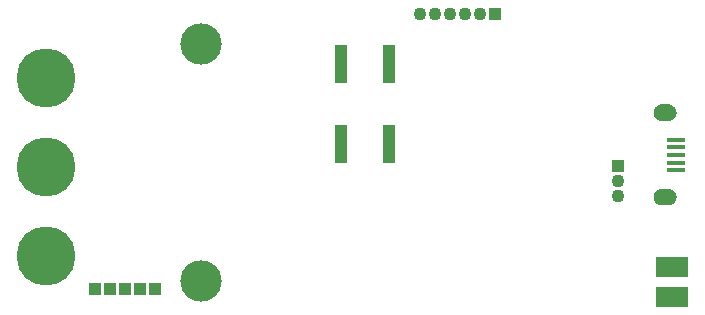
<source format=gbr>
%TF.GenerationSoftware,Altium Limited,Altium Designer,20.2.6 (244)*%
G04 Layer_Color=16711935*
%FSLAX45Y45*%
%MOMM*%
%TF.SameCoordinates,5B1E47F8-7F56-49C7-AB48-EE235D2752C7*%
%TF.FilePolarity,Negative*%
%TF.FileFunction,Soldermask,Bot*%
%TF.Part,Single*%
G01*
G75*
%TA.AperFunction,ComponentPad*%
%ADD48C,3.50000*%
%ADD49C,1.10000*%
%ADD50R,1.10000X1.10000*%
G04:AMPARAMS|DCode=51|XSize=1.1mm|YSize=1.1mm|CornerRadius=0.275mm|HoleSize=0mm|Usage=FLASHONLY|Rotation=270.000|XOffset=0mm|YOffset=0mm|HoleType=Round|Shape=RoundedRectangle|*
%AMROUNDEDRECTD51*
21,1,1.10000,0.55000,0,0,270.0*
21,1,0.55000,1.10000,0,0,270.0*
1,1,0.55000,-0.27500,-0.27500*
1,1,0.55000,-0.27500,0.27500*
1,1,0.55000,0.27500,0.27500*
1,1,0.55000,0.27500,-0.27500*
%
%ADD51ROUNDEDRECTD51*%
G04:AMPARAMS|DCode=52|XSize=1.1mm|YSize=1.1mm|CornerRadius=0.1375mm|HoleSize=0mm|Usage=FLASHONLY|Rotation=270.000|XOffset=0mm|YOffset=0mm|HoleType=Round|Shape=RoundedRectangle|*
%AMROUNDEDRECTD52*
21,1,1.10000,0.82500,0,0,270.0*
21,1,0.82500,1.10000,0,0,270.0*
1,1,0.27500,-0.41250,-0.41250*
1,1,0.27500,-0.41250,0.41250*
1,1,0.27500,0.41250,0.41250*
1,1,0.27500,0.41250,-0.41250*
%
%ADD52ROUNDEDRECTD52*%
%ADD54R,1.10000X1.10000*%
%TA.AperFunction,SMDPad,CuDef*%
%ADD56R,2.70000X1.80000*%
%ADD57R,1.00000X3.20000*%
%ADD58R,1.50000X0.40000*%
%ADD59C,5.00000*%
G36*
X6028404Y1211163D02*
X6028116Y1214817D01*
X6027638Y1218450D01*
X6026970Y1222054D01*
X6026115Y1225617D01*
X6025074Y1229131D01*
X6023851Y1232586D01*
X6022448Y1235971D01*
X6020870Y1239279D01*
X6019122Y1242500D01*
X6017207Y1245625D01*
X6015131Y1248645D01*
X6012900Y1251552D01*
X6010520Y1254339D01*
X6007997Y1256997D01*
X6005339Y1259520D01*
X6002552Y1261900D01*
X5999645Y1264131D01*
X5996625Y1266207D01*
X5993500Y1268122D01*
X5990279Y1269870D01*
X5986972Y1271448D01*
X5983586Y1272851D01*
X5980131Y1274074D01*
X5976617Y1275115D01*
X5973054Y1275970D01*
X5969450Y1276638D01*
X5965817Y1277117D01*
X5962163Y1277404D01*
X5958500Y1277500D01*
X5903500D01*
X5899836Y1277404D01*
X5896183Y1277117D01*
X5892550Y1276638D01*
X5888946Y1275970D01*
X5885382Y1275115D01*
X5881869Y1274074D01*
X5878414Y1272851D01*
X5875028Y1271448D01*
X5871721Y1269870D01*
X5868500Y1268122D01*
X5865375Y1266207D01*
X5862355Y1264131D01*
X5859448Y1261900D01*
X5856661Y1259520D01*
X5854003Y1256997D01*
X5851480Y1254339D01*
X5849100Y1251552D01*
X5846869Y1248645D01*
X5844793Y1245625D01*
X5842878Y1242500D01*
X5841130Y1239279D01*
X5839552Y1235971D01*
X5838149Y1232586D01*
X5836926Y1229131D01*
X5835885Y1225617D01*
X5835029Y1222054D01*
X5834362Y1218450D01*
X5833883Y1214817D01*
X5833596Y1211163D01*
X5833500Y1207500D01*
X5833596Y1203836D01*
X5833883Y1200183D01*
X5834362Y1196550D01*
X5835029Y1192946D01*
X5835885Y1189383D01*
X5836926Y1185869D01*
X5838149Y1182414D01*
X5839552Y1179028D01*
X5841130Y1175721D01*
X5842878Y1172500D01*
X5844793Y1169375D01*
X5846869Y1166355D01*
X5849100Y1163448D01*
X5851480Y1160661D01*
X5854003Y1158003D01*
X5856661Y1155480D01*
X5859448Y1153100D01*
X5862355Y1150869D01*
X5865375Y1148793D01*
X5868500Y1146878D01*
X5871721Y1145130D01*
X5875028Y1143552D01*
X5878414Y1142149D01*
X5881869Y1140926D01*
X5885382Y1139885D01*
X5888946Y1139029D01*
X5892550Y1138362D01*
X5896183Y1137883D01*
X5899836Y1137596D01*
X5903500Y1137500D01*
X5958500D01*
X5962163Y1137596D01*
X5965817Y1137883D01*
X5969450Y1138362D01*
X5973054Y1139029D01*
X5976617Y1139885D01*
X5980131Y1140926D01*
X5983586Y1142149D01*
X5986972Y1143552D01*
X5990279Y1145130D01*
X5993500Y1146878D01*
X5996625Y1148793D01*
X5999645Y1150869D01*
X6002552Y1153100D01*
X6005339Y1155480D01*
X6007997Y1158003D01*
X6010520Y1160661D01*
X6012900Y1163448D01*
X6015131Y1166355D01*
X6017207Y1169375D01*
X6019122Y1172500D01*
X6020870Y1175721D01*
X6022448Y1179028D01*
X6023851Y1182414D01*
X6025074Y1185869D01*
X6026115Y1189383D01*
X6026970Y1192946D01*
X6027638Y1196550D01*
X6028116Y1200183D01*
X6028404Y1203836D01*
X6028500Y1207500D01*
X6028404Y1211163D01*
D02*
G37*
G36*
Y1926164D02*
X6028116Y1929817D01*
X6027638Y1933450D01*
X6026970Y1937054D01*
X6026115Y1940617D01*
X6025074Y1944131D01*
X6023851Y1947586D01*
X6022448Y1950971D01*
X6020870Y1954279D01*
X6019122Y1957500D01*
X6017207Y1960625D01*
X6015131Y1963645D01*
X6012900Y1966552D01*
X6010520Y1969339D01*
X6007997Y1971997D01*
X6005339Y1974520D01*
X6002552Y1976900D01*
X5999645Y1979131D01*
X5996625Y1981207D01*
X5993500Y1983122D01*
X5990279Y1984870D01*
X5986972Y1986448D01*
X5983586Y1987850D01*
X5980131Y1989074D01*
X5976617Y1990115D01*
X5973054Y1990970D01*
X5969450Y1991638D01*
X5965817Y1992116D01*
X5962163Y1992404D01*
X5958500Y1992500D01*
X5903500D01*
X5899836Y1992404D01*
X5896183Y1992116D01*
X5892550Y1991638D01*
X5888946Y1990970D01*
X5885382Y1990115D01*
X5881869Y1989074D01*
X5878414Y1987850D01*
X5875028Y1986448D01*
X5871721Y1984870D01*
X5868500Y1983122D01*
X5865375Y1981207D01*
X5862355Y1979131D01*
X5859448Y1976900D01*
X5856661Y1974520D01*
X5854003Y1971997D01*
X5851480Y1969339D01*
X5849100Y1966552D01*
X5846869Y1963645D01*
X5844793Y1960625D01*
X5842878Y1957500D01*
X5841130Y1954279D01*
X5839552Y1950971D01*
X5838149Y1947586D01*
X5836926Y1944131D01*
X5835885Y1940617D01*
X5835029Y1937054D01*
X5834362Y1933450D01*
X5833883Y1929817D01*
X5833596Y1926164D01*
X5833500Y1922500D01*
X5833596Y1918836D01*
X5833883Y1915183D01*
X5834362Y1911549D01*
X5835029Y1907946D01*
X5835885Y1904383D01*
X5836926Y1900869D01*
X5838149Y1897414D01*
X5839552Y1894028D01*
X5841130Y1890721D01*
X5842878Y1887500D01*
X5844793Y1884375D01*
X5846869Y1881355D01*
X5849100Y1878448D01*
X5851480Y1875661D01*
X5854003Y1873002D01*
X5856661Y1870480D01*
X5859448Y1868100D01*
X5862355Y1865869D01*
X5865375Y1863793D01*
X5868500Y1861878D01*
X5871721Y1860129D01*
X5875028Y1858552D01*
X5878414Y1857149D01*
X5881869Y1855926D01*
X5885382Y1854885D01*
X5888946Y1854030D01*
X5892550Y1853362D01*
X5896183Y1852883D01*
X5899836Y1852596D01*
X5903500Y1852500D01*
X5958500D01*
X5962163Y1852596D01*
X5965817Y1852883D01*
X5969450Y1853362D01*
X5973054Y1854030D01*
X5976617Y1854885D01*
X5980131Y1855926D01*
X5983586Y1857149D01*
X5986972Y1858552D01*
X5990279Y1860129D01*
X5993500Y1861878D01*
X5996625Y1863793D01*
X5999645Y1865869D01*
X6002552Y1868100D01*
X6005339Y1870480D01*
X6007997Y1873002D01*
X6010520Y1875661D01*
X6012900Y1878448D01*
X6015131Y1881355D01*
X6017207Y1884375D01*
X6019122Y1887500D01*
X6020870Y1890721D01*
X6022448Y1894028D01*
X6023851Y1897414D01*
X6025074Y1900869D01*
X6026115Y1904383D01*
X6026970Y1907946D01*
X6027638Y1911549D01*
X6028116Y1915183D01*
X6028404Y1918836D01*
X6028500Y1922500D01*
X6028404Y1926164D01*
D02*
G37*
D48*
X2000000Y2500000D02*
D03*
Y500000D02*
D03*
D49*
X3856000Y2760000D02*
D03*
X3983000D02*
D03*
X4110000D02*
D03*
X4237000D02*
D03*
X4364000D02*
D03*
X5530000Y1213000D02*
D03*
Y1340000D02*
D03*
D50*
X4491000Y2760000D02*
D03*
D51*
X1103000Y430000D02*
D03*
X1230000D02*
D03*
X1357000D02*
D03*
X1484000D02*
D03*
D52*
X1611000D02*
D03*
D54*
X5530000Y1467000D02*
D03*
D56*
X5990000Y363000D02*
D03*
Y617000D02*
D03*
D57*
X3590000Y1655025D02*
D03*
Y2335026D02*
D03*
X3190000D02*
D03*
Y1655025D02*
D03*
D58*
X6020000Y1435000D02*
D03*
Y1500000D02*
D03*
Y1565000D02*
D03*
Y1630000D02*
D03*
Y1695000D02*
D03*
D59*
X692500Y712500D02*
D03*
Y1460000D02*
D03*
Y2212500D02*
D03*
%TF.MD5,3abe1dbc2831df7fad0a200de4d5d98a*%
M02*

</source>
